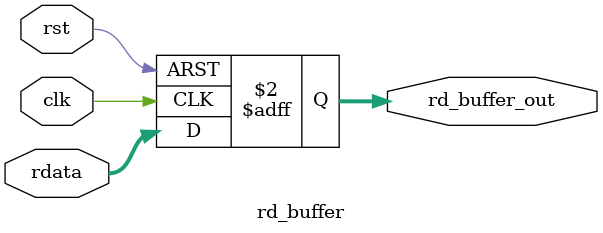
<source format=sv>
module rd_buffer(
    input logic clk,
    input logic rst,
    input logic [31:0] rdata,   
    output logic [31:0] rd_buffer_out
);

always_ff @(posedge clk or posedge rst) begin
    if (rst) begin
      rd_buffer_out <= 32'b0;
    end else begin
      rd_buffer_out <= rdata;
    end
  end
endmodule

</source>
